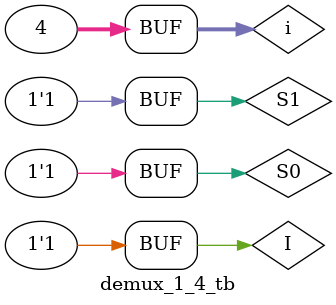
<source format=v>
module demux_1_4 (
    input i,s1,s0,
    output y0,y1,y2,y3
);
wire sob,s1b;
not n1(s0b,s0);
not n2(s1b,s1);

and a1(y0,s0b,s1b,i);
and a2(y1,s0,s1b,i);
and a3(y2,s1,s0b,i);
and a4(y3,s1,s0,i);
endmodule

module demux_1_4_tb;
wire Y0,Y1,Y2,Y3;
reg I,S1,S0;
integer i;

demux_1_4 dut  (
    .i(I),.s1(S1),.s0(S0),
    .y0(Y0),.y1(Y1),.y2(Y2),.y3(Y3)
);

initial


begin
    $monitor("[%t] I=%B, S1:S0=%B:%B, Y0=%B, Y1=%B, Y2=%B, Y3=%B", $time,I,S1,S0,Y0,Y1,Y2,Y3);
    I=1'b1;
     for(i=0;i<4;i=i+1)
     
    begin
        #10; {S1,S0}=i;
    end

    
end
endmodule

</source>
